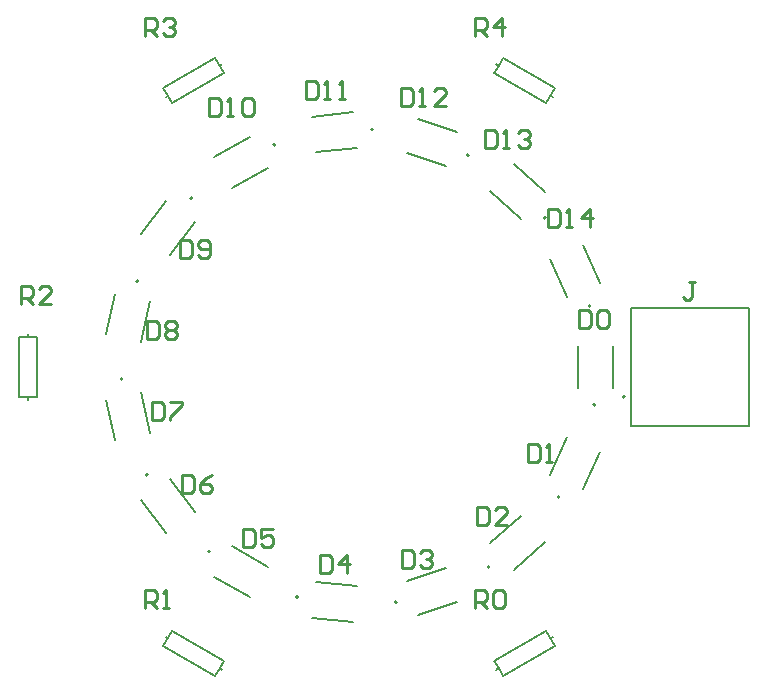
<source format=gto>
G04*
G04 #@! TF.GenerationSoftware,Altium Limited,Altium Designer,20.0.10 (225)*
G04*
G04 Layer_Color=65535*
%FSLAX25Y25*%
%MOIN*%
G70*
G01*
G75*
%ADD10C,0.00787*%
%ADD11C,0.00500*%
%ADD12C,0.01000*%
D10*
X206693Y108268D02*
G03*
X206693Y108268I-394J0D01*
G01*
X195201Y138467D02*
G03*
X195201Y138467I-394J0D01*
G01*
X196850Y105512D02*
G03*
X196850Y105512I-394J0D01*
G01*
X184953Y74735D02*
G03*
X184953Y74735I-394J0D01*
G01*
X161565Y51458D02*
G03*
X161565Y51458I-394J0D01*
G01*
X130733Y39705D02*
G03*
X130733Y39705I-394J0D01*
G01*
X97785Y41510D02*
G03*
X97785Y41510I-394J0D01*
G01*
X68420Y56559D02*
G03*
X68420Y56559I-394J0D01*
G01*
X47715Y82252D02*
G03*
X47715Y82252I-394J0D01*
G01*
X39250Y114144D02*
G03*
X39250Y114144I-394J0D01*
G01*
X44489Y146722D02*
G03*
X44489Y146722I-394J0D01*
G01*
X62525Y174354D02*
G03*
X62525Y174354I-394J0D01*
G01*
X90241Y192260D02*
G03*
X90241Y192260I-394J0D01*
G01*
X122844Y197344D02*
G03*
X122844Y197344I-394J0D01*
G01*
X154696Y188729D02*
G03*
X154696Y188729I-394J0D01*
G01*
X180290Y167903D02*
G03*
X180290Y167903I-394J0D01*
G01*
X163068Y215980D02*
X164568Y218578D01*
X163068Y215980D02*
X180389Y205979D01*
X183389Y211176D01*
X166068Y221176D02*
X183389Y211176D01*
X164568Y218578D02*
X166068Y221176D01*
X181889Y208578D02*
X182668Y208128D01*
X163789Y219028D02*
X164568Y218578D01*
Y17643D02*
X166068Y15045D01*
X183389Y25045D01*
X180389Y30241D02*
X183389Y25045D01*
X163068Y20241D02*
X180389Y30241D01*
X163068Y20241D02*
X164568Y17643D01*
X181889Y27643D02*
X182668Y28093D01*
X163789Y17193D02*
X164568Y17643D01*
X71652D02*
X73152Y20241D01*
X55832Y30241D02*
X73152Y20241D01*
X52832Y25045D02*
X55832Y30241D01*
X52832Y25045D02*
X70152Y15045D01*
X71652Y17643D01*
X53552Y28093D02*
X54332Y27643D01*
X71652Y17643D02*
X72432Y17193D01*
X4874Y128110D02*
X7874D01*
X4874Y108110D02*
Y128110D01*
Y108110D02*
X10874D01*
Y128110D01*
X7874D02*
X10874D01*
X7874Y107210D02*
Y108110D01*
Y128110D02*
Y129010D01*
X54332Y208578D02*
X55832Y205979D01*
X73152Y215980D01*
X70152Y221176D02*
X73152Y215980D01*
X52832Y211176D02*
X70152Y221176D01*
X52832Y211176D02*
X54332Y208578D01*
X71652Y218578D02*
X72432Y219028D01*
X53552Y208128D02*
X54332Y208578D01*
D11*
X208661Y98425D02*
X248031D01*
X208661D02*
Y137795D01*
X248031D01*
Y98425D02*
Y137795D01*
X181797Y154007D02*
X187402Y141419D01*
X192684Y158854D02*
X198289Y146266D01*
X190892Y111221D02*
Y125000D01*
X202809Y111221D02*
Y125000D01*
X181797Y82213D02*
X187402Y94801D01*
X192684Y77366D02*
X198289Y89954D01*
X161690Y59413D02*
X171931Y68633D01*
X169665Y50557D02*
X179905Y59777D01*
X134048Y46762D02*
X147153Y51020D01*
X137731Y35428D02*
X150836Y39686D01*
X103650Y46448D02*
X117355Y45007D01*
X102405Y34596D02*
X116109Y33155D01*
X75753Y58525D02*
X87686Y51635D01*
X69794Y48204D02*
X81727Y41314D01*
X55179Y80904D02*
X63279Y69756D01*
X45538Y73900D02*
X53637Y62752D01*
X45487Y109717D02*
X48352Y96239D01*
X33830Y107240D02*
X36695Y93761D01*
X45487Y126503D02*
X48352Y139982D01*
X33830Y128981D02*
X36695Y142459D01*
X55179Y155316D02*
X63279Y166464D01*
X45538Y162321D02*
X53637Y173469D01*
X75753Y177696D02*
X87686Y184586D01*
X69794Y188017D02*
X81727Y194906D01*
X103650Y189773D02*
X117355Y191213D01*
X102405Y201625D02*
X116109Y203065D01*
X134048Y189459D02*
X147153Y185201D01*
X137731Y200793D02*
X150836Y196535D01*
X161690Y176808D02*
X171931Y167587D01*
X169665Y185664D02*
X179905Y176444D01*
D12*
X156800Y228600D02*
Y234598D01*
X159799D01*
X160799Y233598D01*
Y231599D01*
X159799Y230599D01*
X156800D01*
X158799D02*
X160799Y228600D01*
X165797D02*
Y234598D01*
X162798Y231599D01*
X166797D01*
X46600Y228600D02*
Y234598D01*
X49599D01*
X50599Y233598D01*
Y231599D01*
X49599Y230599D01*
X46600D01*
X48599D02*
X50599Y228600D01*
X52598Y233598D02*
X53598Y234598D01*
X55597D01*
X56597Y233598D01*
Y232599D01*
X55597Y231599D01*
X54597D01*
X55597D01*
X56597Y230599D01*
Y229600D01*
X55597Y228600D01*
X53598D01*
X52598Y229600D01*
X5500Y139300D02*
Y145298D01*
X8499D01*
X9499Y144298D01*
Y142299D01*
X8499Y141299D01*
X5500D01*
X7499D02*
X9499Y139300D01*
X15497D02*
X11498D01*
X15497Y143299D01*
Y144298D01*
X14497Y145298D01*
X12498D01*
X11498Y144298D01*
X46600Y37700D02*
Y43698D01*
X49599D01*
X50599Y42698D01*
Y40699D01*
X49599Y39699D01*
X46600D01*
X48599D02*
X50599Y37700D01*
X52598D02*
X54597D01*
X53598D01*
Y43698D01*
X52598Y42698D01*
X156800Y37700D02*
Y43698D01*
X159799D01*
X160799Y42698D01*
Y40699D01*
X159799Y39699D01*
X156800D01*
X158799D02*
X160799Y37700D01*
X162798Y42698D02*
X163798Y43698D01*
X165797D01*
X166797Y42698D01*
Y38700D01*
X165797Y37700D01*
X163798D01*
X162798Y38700D01*
Y42698D01*
X229999Y146499D02*
X228000D01*
X229000D01*
Y141501D01*
X228000Y140501D01*
X227000D01*
X226001Y141501D01*
X181000Y170798D02*
Y164800D01*
X183999D01*
X184999Y165800D01*
Y169798D01*
X183999Y170798D01*
X181000D01*
X186998Y164800D02*
X188997D01*
X187998D01*
Y170798D01*
X186998Y169798D01*
X194995Y164800D02*
Y170798D01*
X191996Y167799D01*
X195995D01*
X160100Y197098D02*
Y191100D01*
X163099D01*
X164099Y192100D01*
Y196098D01*
X163099Y197098D01*
X160100D01*
X166098Y191100D02*
X168097D01*
X167098D01*
Y197098D01*
X166098Y196098D01*
X171096D02*
X172096Y197098D01*
X174095D01*
X175095Y196098D01*
Y195099D01*
X174095Y194099D01*
X173096D01*
X174095D01*
X175095Y193099D01*
Y192100D01*
X174095Y191100D01*
X172096D01*
X171096Y192100D01*
X132000Y211298D02*
Y205300D01*
X134999D01*
X135999Y206300D01*
Y210298D01*
X134999Y211298D01*
X132000D01*
X137998Y205300D02*
X139997D01*
X138998D01*
Y211298D01*
X137998Y210298D01*
X146995Y205300D02*
X142996D01*
X146995Y209299D01*
Y210298D01*
X145995Y211298D01*
X143996D01*
X142996Y210298D01*
X100400Y213398D02*
Y207400D01*
X103399D01*
X104399Y208400D01*
Y212398D01*
X103399Y213398D01*
X100400D01*
X106398Y207400D02*
X108397D01*
X107398D01*
Y213398D01*
X106398Y212398D01*
X111396Y207400D02*
X113396D01*
X112396D01*
Y213398D01*
X111396Y212398D01*
X67900Y207698D02*
Y201700D01*
X70899D01*
X71899Y202700D01*
Y206698D01*
X70899Y207698D01*
X67900D01*
X73898Y201700D02*
X75897D01*
X74898D01*
Y207698D01*
X73898Y206698D01*
X78896D02*
X79896Y207698D01*
X81896D01*
X82895Y206698D01*
Y202700D01*
X81896Y201700D01*
X79896D01*
X78896Y202700D01*
Y206698D01*
X58502Y160499D02*
Y154501D01*
X61501D01*
X62500Y155501D01*
Y159499D01*
X61501Y160499D01*
X58502D01*
X64500Y155501D02*
X65499Y154501D01*
X67499D01*
X68498Y155501D01*
Y159499D01*
X67499Y160499D01*
X65499D01*
X64500Y159499D01*
Y158500D01*
X65499Y157500D01*
X68498D01*
X47502Y133499D02*
Y127501D01*
X50501D01*
X51500Y128501D01*
Y132499D01*
X50501Y133499D01*
X47502D01*
X53500Y132499D02*
X54499Y133499D01*
X56499D01*
X57498Y132499D01*
Y131500D01*
X56499Y130500D01*
X57498Y129500D01*
Y128501D01*
X56499Y127501D01*
X54499D01*
X53500Y128501D01*
Y129500D01*
X54499Y130500D01*
X53500Y131500D01*
Y132499D01*
X54499Y130500D02*
X56499D01*
X49002Y106499D02*
Y100501D01*
X52001D01*
X53000Y101501D01*
Y105499D01*
X52001Y106499D01*
X49002D01*
X55000D02*
X58998D01*
Y105499D01*
X55000Y101501D01*
Y100501D01*
X59002Y81999D02*
Y76001D01*
X62001D01*
X63000Y77001D01*
Y80999D01*
X62001Y81999D01*
X59002D01*
X68998D02*
X66999Y80999D01*
X65000Y79000D01*
Y77001D01*
X65999Y76001D01*
X67999D01*
X68998Y77001D01*
Y78000D01*
X67999Y79000D01*
X65000D01*
X79502Y63999D02*
Y58001D01*
X82501D01*
X83500Y59001D01*
Y62999D01*
X82501Y63999D01*
X79502D01*
X89498D02*
X85500D01*
Y61000D01*
X87499Y62000D01*
X88499D01*
X89498Y61000D01*
Y59001D01*
X88499Y58001D01*
X86499D01*
X85500Y59001D01*
X105002Y55499D02*
Y49501D01*
X108001D01*
X109000Y50501D01*
Y54499D01*
X108001Y55499D01*
X105002D01*
X113999Y49501D02*
Y55499D01*
X111000Y52500D01*
X114998D01*
X132502Y56999D02*
Y51001D01*
X135501D01*
X136500Y52001D01*
Y55999D01*
X135501Y56999D01*
X132502D01*
X138500Y55999D02*
X139499Y56999D01*
X141499D01*
X142498Y55999D01*
Y55000D01*
X141499Y54000D01*
X140499D01*
X141499D01*
X142498Y53000D01*
Y52001D01*
X141499Y51001D01*
X139499D01*
X138500Y52001D01*
X157502Y71499D02*
Y65501D01*
X160501D01*
X161500Y66501D01*
Y70499D01*
X160501Y71499D01*
X157502D01*
X167498Y65501D02*
X163500D01*
X167498Y69500D01*
Y70499D01*
X166499Y71499D01*
X164499D01*
X163500Y70499D01*
X174501Y92499D02*
Y86501D01*
X177500D01*
X178500Y87501D01*
Y91499D01*
X177500Y92499D01*
X174501D01*
X180499Y86501D02*
X182499D01*
X181499D01*
Y92499D01*
X180499Y91499D01*
X191300Y136998D02*
Y131000D01*
X194299D01*
X195299Y132000D01*
Y135998D01*
X194299Y136998D01*
X191300D01*
X197298Y135998D02*
X198298Y136998D01*
X200297D01*
X201297Y135998D01*
Y132000D01*
X200297Y131000D01*
X198298D01*
X197298Y132000D01*
Y135998D01*
M02*

</source>
